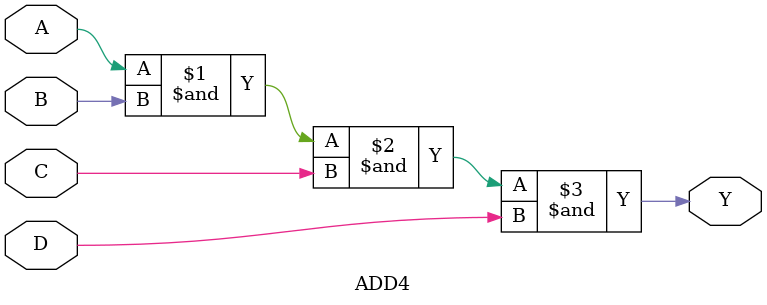
<source format=v>
module ADD4 (
	input A, B, C, D,
	output Y
);
	assign Y = A & B & C & D;
endmodule
</source>
